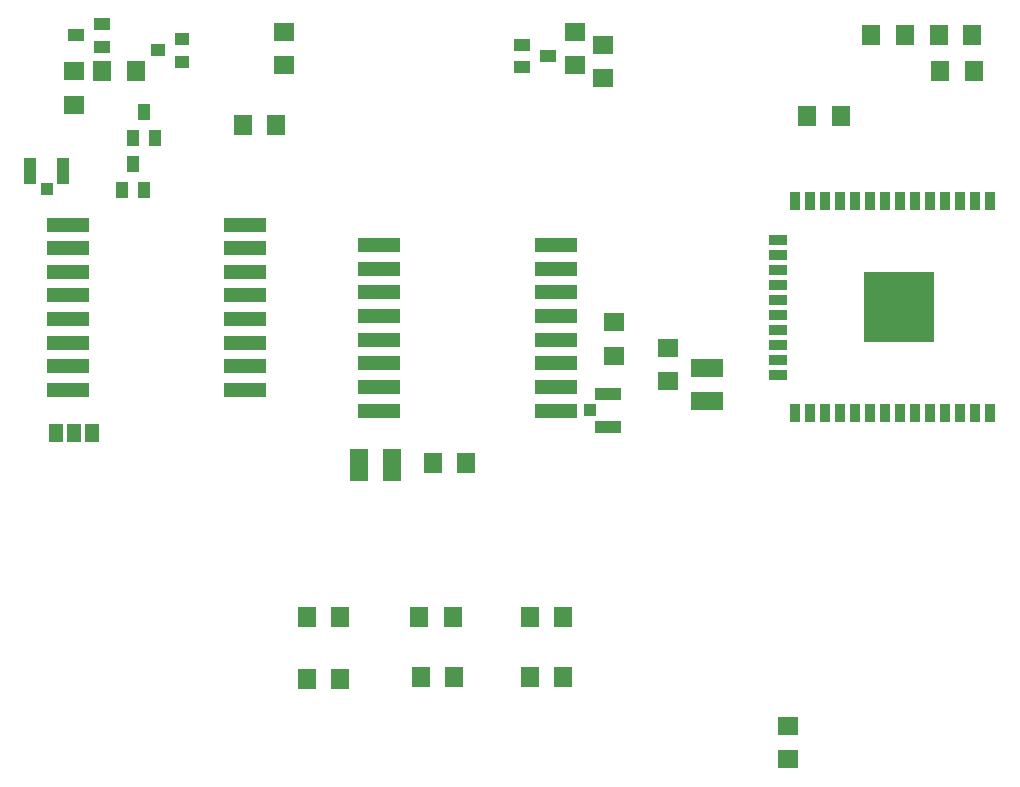
<source format=gbr>
G04 EAGLE Gerber X2 export*
%TF.Part,Single*%
%TF.FileFunction,Paste,Top*%
%TF.FilePolarity,Positive*%
%TF.GenerationSoftware,Autodesk,EAGLE,9.6.2*%
%TF.CreationDate,2021-03-19T10:26:59Z*%
G75*
%MOMM*%
%FSLAX34Y34*%
%LPD*%
%INPaste Top*%
%AMOC8*
5,1,8,0,0,1.08239X$1,22.5*%
G01*
%ADD10R,0.900000X1.500000*%
%ADD11R,1.500000X0.900000*%
%ADD12R,6.000000X6.000000*%
%ADD13R,1.803000X1.600000*%
%ADD14R,1.600000X1.803000*%
%ADD15R,1.000000X1.400000*%
%ADD16R,1.400000X1.000000*%
%ADD17R,1.200000X1.000000*%
%ADD18R,1.168400X1.600200*%
%ADD19R,1.050000X2.200000*%
%ADD20R,1.000000X1.050000*%
%ADD21R,3.600000X1.200000*%
%ADD22R,1.800000X1.600000*%
%ADD23R,2.700000X1.600000*%
%ADD24R,2.200000X1.050000*%
%ADD25R,1.050000X1.000000*%
%ADD26R,1.600000X1.800000*%
%ADD27R,1.600000X2.700000*%


D10*
X1042300Y485363D03*
X1029600Y485363D03*
X1016900Y485363D03*
X1004200Y485363D03*
X991500Y485363D03*
X978800Y485363D03*
X966100Y485363D03*
X953400Y485363D03*
X940700Y485363D03*
X928000Y485363D03*
X915300Y485363D03*
X902600Y485363D03*
X889900Y485363D03*
X877200Y485363D03*
D11*
X862300Y452513D03*
X862300Y439813D03*
X862300Y427113D03*
X862300Y414413D03*
X862300Y401713D03*
X862300Y389013D03*
X862300Y376313D03*
X862300Y363613D03*
X862300Y350913D03*
X862300Y338213D03*
D10*
X877200Y305363D03*
X889900Y305363D03*
X902600Y305363D03*
X915300Y305363D03*
X928000Y305363D03*
X940700Y305363D03*
X953400Y305363D03*
X966100Y305363D03*
X978800Y305363D03*
X991500Y305363D03*
X1004200Y305363D03*
X1016900Y305363D03*
X1029600Y305363D03*
X1042300Y305363D03*
D12*
X965300Y395363D03*
D13*
X714375Y589030D03*
X714375Y617470D03*
X444500Y600143D03*
X444500Y628583D03*
D14*
X409643Y549275D03*
X438083Y549275D03*
D15*
X325942Y560396D03*
X335442Y538396D03*
X316442Y538396D03*
D13*
X690563Y600143D03*
X690563Y628583D03*
D16*
X268400Y625475D03*
X290400Y634975D03*
X290400Y615975D03*
D14*
X319020Y595313D03*
X290580Y595313D03*
D13*
X266877Y594976D03*
X266877Y566536D03*
D16*
X646225Y617513D03*
X646225Y598513D03*
X668225Y608013D03*
D15*
X316645Y516416D03*
X326145Y494416D03*
X307145Y494416D03*
D17*
X337663Y612775D03*
X357663Y602775D03*
X357663Y622775D03*
D18*
X251460Y288925D03*
X266700Y288925D03*
X281940Y288925D03*
D19*
X257293Y510251D03*
X229793Y510251D03*
D20*
X243543Y495001D03*
D21*
X411550Y325288D03*
X411550Y345288D03*
X261550Y325288D03*
X411550Y365288D03*
X411550Y385288D03*
X411550Y405288D03*
X411550Y425288D03*
X411550Y445288D03*
X411550Y465288D03*
X261550Y345288D03*
X261550Y365288D03*
X261550Y385288D03*
X261550Y405288D03*
X261550Y425288D03*
X261550Y445288D03*
X261550Y465288D03*
D22*
X769190Y361091D03*
X769190Y333091D03*
D23*
X802858Y343994D03*
X802858Y315994D03*
D24*
X719138Y294225D03*
X719138Y321725D03*
D25*
X703888Y307975D03*
D21*
X525075Y447825D03*
X525075Y427825D03*
X675075Y447825D03*
X525075Y407825D03*
X525075Y387825D03*
X525075Y367825D03*
X525075Y347825D03*
X525075Y327825D03*
X525075Y307825D03*
X675075Y427825D03*
X675075Y407825D03*
X675075Y387825D03*
X675075Y367825D03*
X675075Y347825D03*
X675075Y327825D03*
X675075Y307825D03*
D26*
X570200Y263525D03*
X598200Y263525D03*
D27*
X508288Y261938D03*
X536288Y261938D03*
D14*
X941455Y625475D03*
X969895Y625475D03*
X1027045Y625475D03*
X998605Y625475D03*
X1000193Y595313D03*
X1028633Y595313D03*
X915920Y557213D03*
X887480Y557213D03*
D13*
X724041Y382410D03*
X724041Y353970D03*
D26*
X560675Y82550D03*
X588675Y82550D03*
D14*
X558868Y133350D03*
X587308Y133350D03*
D26*
X652750Y82550D03*
X680750Y82550D03*
D14*
X652530Y133350D03*
X680970Y133350D03*
D26*
X463838Y80963D03*
X491838Y80963D03*
D14*
X463618Y133350D03*
X492058Y133350D03*
D22*
X871538Y12988D03*
X871538Y40988D03*
M02*

</source>
